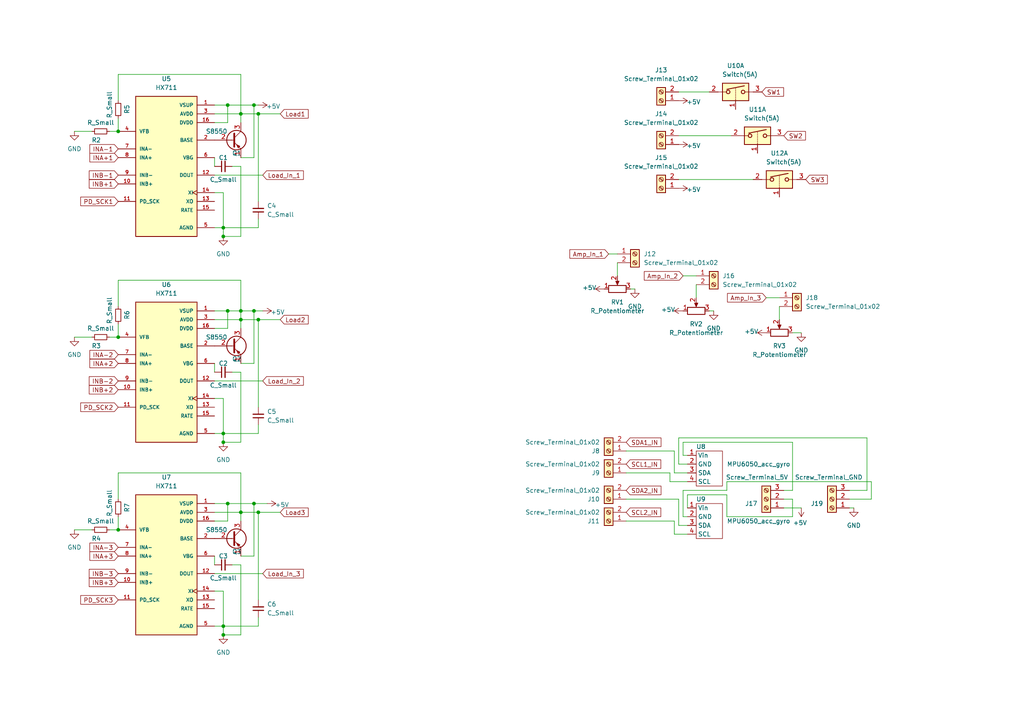
<source format=kicad_sch>
(kicad_sch (version 20211123) (generator eeschema)
  (paper "A4")
  (lib_symbols
    (symbol "Analog_Switch:DG308AxY"
      (property "Reference" "U" (at -3.175 5.334 0))
      (property "Value" "DG308AxY" (at -3.175 3.556 0))
      (symbol "DG308AxY_1_1"
        (rectangle (start -3.81 2.54) (end 3.81 -2.54) (stroke (width 0.254)) (fill (type background)))
        (circle (center -2.159 0) (radius 0.508) (stroke (width 0.254)))
        (polyline (pts (xy -5.08 0) (xy -2.794 0)))
        (polyline (pts (xy -2.54 0.762) (xy 2.54 1.778)) (stroke (width 0.254)))
        (polyline (pts (xy 0 -2.54) (xy 0 -2.032)))
        (polyline (pts (xy 0 -1.778) (xy 0 -1.524)))
        (polyline (pts (xy 0 -1.27) (xy 0 -1.016)))
        (polyline (pts (xy 0 -0.762) (xy 0 -0.508)))
        (polyline (pts (xy 0 -0.254) (xy 0 0)))
        (polyline (pts (xy 0 0.254) (xy 0 0.508)))
        (polyline (pts (xy 0 0.762) (xy 0 1.016)))
        (polyline (pts (xy 5.08 0) (xy 2.794 0)))
        (circle (center 2.159 0) (radius 0.508) (stroke (width 0.254)))
        (pin input line (at 0 -5.08 90) (length 2.54) (name "~") (number "1"))
        (pin passive line (at -7.62 0 0) (length 2.54) (name "~") (number "2"))
        (pin passive line (at 7.62 0 180) (length 2.54) (name "~") (number "3"))
      )
      (symbol "DG308AxY_2_1"
        (rectangle (start -3.81 2.54) (end 3.81 -2.54) (stroke (width 0.254)) (fill (type background)))
        (circle (center -2.159 0) (radius 0.508) (stroke (width 0.254)))
        (polyline (pts (xy -5.08 0) (xy -2.794 0)))
        (polyline (pts (xy -2.54 0.762) (xy 2.54 1.778)) (stroke (width 0.254)))
        (polyline (pts (xy 0 -2.54) (xy 0 -2.032)))
        (polyline (pts (xy 0 -1.778) (xy 0 -1.524)))
        (polyline (pts (xy 0 -1.27) (xy 0 -1.016)))
        (polyline (pts (xy 0 -0.762) (xy 0 -0.508)))
        (polyline (pts (xy 0 -0.254) (xy 0 0)))
        (polyline (pts (xy 0 0.254) (xy 0 0.508)))
        (polyline (pts (xy 0 0.762) (xy 0 1.016)))
        (polyline (pts (xy 5.08 0) (xy 2.794 0)))
        (circle (center 2.159 0) (radius 0.508) (stroke (width 0.254)))
        (pin passive line (at -7.62 0 0) (length 2.54) (name "~") (number "6"))
        (pin passive line (at 7.62 0 180) (length 2.54) (name "~") (number "7"))
        (pin input line (at 0 -5.08 90) (length 2.54) (name "~") (number "8"))
      )
      (symbol "DG308AxY_3_1"
        (rectangle (start -3.81 2.54) (end 3.81 -2.54) (stroke (width 0.254)) (fill (type background)))
        (circle (center -2.159 0) (radius 0.508) (stroke (width 0.254)))
        (polyline (pts (xy -5.08 0) (xy -2.794 0)))
        (polyline (pts (xy -2.54 0.762) (xy 2.54 1.778)) (stroke (width 0.254)))
        (polyline (pts (xy 0 -2.54) (xy 0 -2.032)))
        (polyline (pts (xy 0 -1.778) (xy 0 -1.524)))
        (polyline (pts (xy 0 -1.27) (xy 0 -1.016)))
        (polyline (pts (xy 0 -0.762) (xy 0 -0.508)))
        (polyline (pts (xy 0 -0.254) (xy 0 0)))
        (polyline (pts (xy 0 0.254) (xy 0 0.508)))
        (polyline (pts (xy 0 0.762) (xy 0 1.016)))
        (polyline (pts (xy 5.08 0) (xy 2.794 0)))
        (circle (center 2.159 0) (radius 0.508) (stroke (width 0.254)))
        (pin passive line (at -7.62 0 0) (length 2.54) (name "~") (number "10"))
        (pin passive line (at 7.62 0 180) (length 2.54) (name "~") (number "11"))
        (pin input line (at 0 -5.08 90) (length 2.54) (name "~") (number "9"))
      )
      (symbol "DG308AxY_4_1"
        (rectangle (start -3.81 2.54) (end 3.81 -2.54) (stroke (width 0.254)) (fill (type background)))
        (circle (center -2.159 0) (radius 0.508) (stroke (width 0.254)))
        (polyline (pts (xy -5.08 0) (xy -2.794 0)))
        (polyline (pts (xy -2.54 0.762) (xy 2.54 1.778)) (stroke (width 0.254)))
        (polyline (pts (xy 0 -2.54) (xy 0 -2.032)))
        (polyline (pts (xy 0 -1.778) (xy 0 -1.524)))
        (polyline (pts (xy 0 -1.27) (xy 0 -1.016)))
        (polyline (pts (xy 0 -0.762) (xy 0 -0.508)))
        (polyline (pts (xy 0 -0.254) (xy 0 0)))
        (polyline (pts (xy 0 0.254) (xy 0 0.508)))
        (polyline (pts (xy 0 0.762) (xy 0 1.016)))
        (polyline (pts (xy 5.08 0) (xy 2.794 0)))
        (circle (center 2.159 0) (radius 0.508) (stroke (width 0.254)))
        (pin passive line (at 7.62 0 180) (length 2.54) (name "~") (number "14"))
        (pin passive line (at -7.62 0 0) (length 2.54) (name "~") (number "15"))
        (pin input line (at 0 -5.08 90) (length 2.54) (name "~") (number "16"))
      )
      (symbol "DG308AxY_5_0"
        (pin no_connect line (at 2.54 10.16 270) (length 2.54) hide (name "NC") (number "12"))
        (pin power_in line (at 0 12.7 270) (length 2.54) (name "V+") (number "13"))
        (pin power_in line (at 2.54 -12.7 90) (length 2.54) (name "V-") (number "4"))
        (pin power_in line (at 0 -12.7 90) (length 2.54) (name "GND") (number "5"))
      )
      (symbol "DG308AxY_5_1"
        (rectangle (start -3.81 10.16) (end 6.35 -10.16) (stroke (width 0.254)) (fill (type background)))
      )
    )
    (symbol "Connector:Screw_Terminal_01x02" (pin_names (offset 1.016) hide)
      (property "Reference" "J" (at 0 2.54 0))
      (property "Value" "Screw_Terminal_01x02" (at 0 -5.08 0))
      (symbol "Screw_Terminal_01x02_1_1"
        (rectangle (start -1.27 1.27) (end 1.27 -3.81) (stroke (width 0.254)) (fill (type background)))
        (circle (center 0 -2.54) (radius 0.635) (stroke (width 0.1524)))
        (polyline (pts (xy -0.5334 -2.2098) (xy 0.3302 -3.048)) (stroke (width 0.1524)))
        (polyline (pts (xy -0.5334 0.3302) (xy 0.3302 -0.508)) (stroke (width 0.1524)))
        (polyline (pts (xy -0.3556 -2.032) (xy 0.508 -2.8702)) (stroke (width 0.1524)))
        (polyline (pts (xy -0.3556 0.508) (xy 0.508 -0.3302)) (stroke (width 0.1524)))
        (circle (center 0 0) (radius 0.635) (stroke (width 0.1524)))
        (pin passive line (at -5.08 0 0) (length 3.81) (name "Pin_1") (number "1"))
        (pin passive line (at -5.08 -2.54 0) (length 3.81) (name "Pin_2") (number "2"))
      )
    )
    (symbol "Connector:Screw_Terminal_01x03" (pin_names (offset 1.016) hide)
      (property "Reference" "J" (at 0 5.08 0))
      (property "Value" "Screw_Terminal_01x03" (at 0 -5.08 0))
      (symbol "Screw_Terminal_01x03_1_1"
        (rectangle (start -1.27 3.81) (end 1.27 -3.81) (stroke (width 0.254)) (fill (type background)))
        (circle (center 0 -2.54) (radius 0.635) (stroke (width 0.1524)))
        (polyline (pts (xy -0.5334 -2.2098) (xy 0.3302 -3.048)) (stroke (width 0.1524)))
        (polyline (pts (xy -0.5334 0.3302) (xy 0.3302 -0.508)) (stroke (width 0.1524)))
        (polyline (pts (xy -0.5334 2.8702) (xy 0.3302 2.032)) (stroke (width 0.1524)))
        (polyline (pts (xy -0.3556 -2.032) (xy 0.508 -2.8702)) (stroke (width 0.1524)))
        (polyline (pts (xy -0.3556 0.508) (xy 0.508 -0.3302)) (stroke (width 0.1524)))
        (polyline (pts (xy -0.3556 3.048) (xy 0.508 2.2098)) (stroke (width 0.1524)))
        (circle (center 0 0) (radius 0.635) (stroke (width 0.1524)))
        (circle (center 0 2.54) (radius 0.635) (stroke (width 0.1524)))
        (pin passive line (at -5.08 2.54 0) (length 3.81) (name "Pin_1") (number "1"))
        (pin passive line (at -5.08 0 0) (length 3.81) (name "Pin_2") (number "2"))
        (pin passive line (at -5.08 -2.54 0) (length 3.81) (name "Pin_3") (number "3"))
      )
    )
    (symbol "Device:C_Small" (pin_numbers hide) (pin_names (offset 0.254) hide)
      (property "Reference" "C" (at 0.254 1.778 0))
      (property "Value" "C_Small" (at 0.254 -2.032 0))
      (symbol "C_Small_0_1"
        (polyline (pts (xy -1.524 -0.508) (xy 1.524 -0.508)) (stroke (width 0.3302)))
        (polyline (pts (xy -1.524 0.508) (xy 1.524 0.508)) (stroke (width 0.3048)))
      )
      (symbol "C_Small_1_1"
        (pin passive line (at 0 2.54 270) (length 2.032) (name "~") (number "1"))
        (pin passive line (at 0 -2.54 90) (length 2.032) (name "~") (number "2"))
      )
    )
    (symbol "Device:R_Potentiometer" (pin_names (offset 1.016) hide)
      (property "Reference" "RV" (at -4.445 0 90))
      (property "Value" "R_Potentiometer" (at -2.54 0 90))
      (symbol "R_Potentiometer_0_1"
        (polyline (pts (xy 2.54 0) (xy 1.524 0)))
        (polyline (pts (xy 1.143 0) (xy 2.286 0.508) (xy 2.286 -0.508) (xy 1.143 0)) (fill (type outline)))
        (rectangle (start 1.016 2.54) (end -1.016 -2.54) (stroke (width 0.254)))
      )
      (symbol "R_Potentiometer_1_1"
        (pin passive line (at 0 3.81 270) (length 1.27) (name "1") (number "1"))
        (pin passive line (at 3.81 0 180) (length 1.27) (name "2") (number "2"))
        (pin passive line (at 0 -3.81 90) (length 1.27) (name "3") (number "3"))
      )
    )
    (symbol "Device:R_Small" (pin_numbers hide) (pin_names (offset 0.254) hide)
      (property "Reference" "R" (at 0.762 0.508 0))
      (property "Value" "R_Small" (at 0.762 -1.016 0))
      (symbol "R_Small_0_1"
        (rectangle (start -0.762 1.778) (end 0.762 -1.778) (stroke (width 0.2032)))
      )
      (symbol "R_Small_1_1"
        (pin passive line (at 0 2.54 270) (length 0.762) (name "~") (number "1"))
        (pin passive line (at 0 -2.54 90) (length 0.762) (name "~") (number "2"))
      )
    )
    (symbol "Sensor_library:HX711" (pin_names (offset 1.016))
      (property "Reference" "U" (at -15.24 22.86 0))
      (property "Value" "HX711" (at -8.89 -22.86 0))
      (symbol "HX711_0_0"
        (rectangle (start -15.24 20.32) (end 2.54 -20.32) (stroke (width 0.254)) (fill (type background)))
        (pin power_in line (at 7.62 17.78 180) (length 5.08) (name "VSUP") (number "1"))
        (pin input line (at -20.32 -5.08 0) (length 5.08) (name "INB+") (number "10"))
        (pin input line (at -20.32 -10.16 0) (length 5.08) (name "PD_SCK") (number "11"))
        (pin output line (at 7.62 -2.54 180) (length 5.08) (name "DOUT") (number "12"))
        (pin output line (at 7.62 -10.16 180) (length 5.08) (name "XO") (number "13"))
        (pin input clock (at 7.62 -7.62 180) (length 5.08) (name "XI") (number "14"))
        (pin input line (at 7.62 -12.7 180) (length 5.08) (name "RATE") (number "15"))
        (pin power_in line (at 7.62 12.7 180) (length 5.08) (name "DVDD") (number "16"))
        (pin output line (at 7.62 7.62 180) (length 5.08) (name "BASE") (number "2"))
        (pin power_in line (at 7.62 15.24 180) (length 5.08) (name "AVDD") (number "3"))
        (pin input line (at -20.32 10.16 0) (length 5.08) (name "VFB") (number "4"))
        (pin power_in line (at 7.62 -17.78 180) (length 5.08) (name "AGND") (number "5"))
        (pin output line (at 7.62 2.54 180) (length 5.08) (name "VBG") (number "6"))
        (pin input line (at -20.32 5.08 0) (length 5.08) (name "INA-") (number "7"))
        (pin input line (at -20.32 2.54 0) (length 5.08) (name "INA+") (number "8"))
        (pin input line (at -20.32 -2.54 0) (length 5.08) (name "INB-") (number "9"))
      )
    )
    (symbol "Sensor_library:MPU6050_acc_gyro"
      (property "Reference" "U" (at -2.54 5.08 0))
      (property "Value" "MPU6050_acc_gyro" (at 0 -8.89 0))
      (symbol "MPU6050_acc_gyro_0_1"
        (rectangle (start -3.81 3.81) (end 3.81 -6.35))
      )
      (symbol "MPU6050_acc_gyro_1_1"
        (pin input line (at -6.35 2.54 0) (length 2.54) (name "Vin") (number "1"))
        (pin passive line (at -6.35 0 0) (length 2.54) (name "GND") (number "2"))
        (pin bidirectional line (at -6.35 -2.54 0) (length 2.54) (name "SDA") (number "3"))
        (pin bidirectional line (at -6.35 -5.08 0) (length 2.54) (name "SCL") (number "4"))
      )
    )
    (symbol "Transistor_BJT:S8550" (pin_names (offset 0) hide)
      (property "Reference" "Q" (at 5.08 1.905 0))
      (property "Value" "S8550" (at 5.08 0 0))
      (symbol "S8550_0_1"
        (polyline (pts (xy 0 0) (xy 0.635 0)))
        (polyline (pts (xy 2.54 -2.54) (xy 0.635 -0.635)))
        (polyline (pts (xy 2.54 2.54) (xy 0.635 0.635)))
        (polyline (pts (xy 0.635 1.905) (xy 0.635 -1.905) (xy 0.635 -1.905)) (stroke (width 0.508)) (fill (type outline)))
        (polyline (pts (xy 1.778 -2.286) (xy 2.286 -1.778) (xy 1.27 -1.27) (xy 1.778 -2.286) (xy 1.778 -2.286)) (fill (type outline)))
        (circle (center 1.27 0) (radius 2.8194) (stroke (width 0.254)))
      )
      (symbol "S8550_1_1"
        (pin passive line (at 2.54 -5.08 90) (length 2.54) (name "E") (number "1"))
        (pin input line (at -5.08 0 0) (length 5.08) (name "B") (number "2"))
        (pin passive line (at 2.54 5.08 270) (length 2.54) (name "C") (number "3"))
      )
    )
    (symbol "power:+5V" (power) (pin_names (offset 0))
      (property "Value" "+5V" (at 0 3.556 0))
      (symbol "+5V_0_1"
        (polyline (pts (xy -0.762 1.27) (xy 0 2.54)))
        (polyline (pts (xy 0 0) (xy 0 2.54)))
        (polyline (pts (xy 0 2.54) (xy 0.762 1.27)))
      )
      (symbol "+5V_1_1"
        (pin power_in line (at 0 0 90) (length 0) hide (name "+5V") (number "1"))
      )
    )
    (symbol "power:GND" (power) (pin_names (offset 0))
      (property "Value" "GND" (at 0 -3.81 0))
      (symbol "GND_0_1"
        (polyline (pts (xy 0 0) (xy 0 -1.27) (xy 1.27 -1.27) (xy 0 -2.54) (xy -1.27 -1.27) (xy 0 -1.27)))
      )
      (symbol "GND_1_1"
        (pin power_in line (at 0 0 270) (length 0) hide (name "GND") (number "1"))
      )
    )
  )
  (junction (at 64.77 184.15))
  (junction (at 69.85 92.71))
  (junction (at 74.93 148.59))
  (junction (at 69.85 148.59))
  (junction (at 34.29 38.1))
  (junction (at 74.93 92.71))
  (junction (at 64.77 128.27))
  (junction (at 64.77 68.58))
  (junction (at 74.93 33.02))
  (junction (at 69.85 90.17))
  (junction (at 66.04 90.17))
  (junction (at 73.66 90.17))
  (junction (at 69.85 33.02))
  (junction (at 66.04 146.05))
  (junction (at 64.77 181.61))
  (junction (at 73.66 146.05))
  (junction (at 73.66 30.48))
  (junction (at 34.29 97.79))
  (junction (at 34.29 153.67))
  (junction (at 64.77 125.73))
  (junction (at 64.77 66.04))
  (junction (at 66.04 30.48))
  (wire (pts (xy 66.04 90.17) (xy 66.04 95.25)))
  (wire (pts (xy 181.61 130.81) (xy 195.58 130.81)))
  (wire (pts (xy 64.77 115.57) (xy 64.77 125.73)))
  (wire (pts (xy 196.85 152.4) (xy 199.39 152.4)))
  (wire (pts (xy 210.82 142.24) (xy 198.12 142.24)))
  (wire (pts (xy 64.77 184.15) (xy 64.77 181.61)))
  (wire (pts (xy 229.87 128.27) (xy 198.12 128.27)))
  (wire (pts (xy 69.85 90.17) (xy 66.04 90.17)))
  (wire (pts (xy 196.85 127) (xy 196.85 134.62)))
  (wire (pts (xy 73.66 161.29) (xy 69.85 161.29)))
  (wire (pts (xy 229.87 128.27) (xy 229.87 142.24)))
  (wire (pts (xy 73.66 30.48) (xy 73.66 45.72)))
  (wire (pts (xy 196.85 144.78) (xy 196.85 152.4)))
  (wire (pts (xy 62.23 148.59) (xy 69.85 148.59)))
  (wire (pts (xy 74.93 92.71) (xy 81.28 92.71)))
  (wire (pts (xy 66.04 35.56) (xy 62.23 35.56)))
  (wire (pts (xy 196.85 52.07) (xy 218.44 52.07)))
  (wire (pts (xy 69.85 148.59) (xy 69.85 151.13)))
  (wire (pts (xy 31.75 153.67) (xy 34.29 153.67)))
  (wire (pts (xy 181.61 144.78) (xy 196.85 144.78)))
  (wire (pts (xy 76.2 50.8) (xy 62.23 50.8)))
  (wire (pts (xy 195.58 137.16) (xy 199.39 137.16)))
  (wire (pts (xy 176.53 73.66) (xy 179.07 73.66)))
  (wire (pts (xy 227.33 144.78) (xy 229.87 144.78)))
  (wire (pts (xy 182.88 83.82) (xy 184.15 83.82)))
  (wire (pts (xy 69.85 92.71) (xy 74.93 92.71)))
  (wire (pts (xy 69.85 148.59) (xy 74.93 148.59)))
  (wire (pts (xy 21.59 153.67) (xy 26.67 153.67)))
  (wire (pts (xy 69.85 128.27) (xy 64.77 128.27)))
  (wire (pts (xy 252.73 144.78) (xy 252.73 139.7)))
  (wire (pts (xy 196.85 26.67) (xy 205.74 26.67)))
  (wire (pts (xy 69.85 33.02) (xy 69.85 21.59)))
  (wire (pts (xy 62.23 171.45) (xy 64.77 171.45)))
  (wire (pts (xy 74.93 148.59) (xy 74.93 173.99)))
  (wire (pts (xy 181.61 151.13) (xy 195.58 151.13)))
  (wire (pts (xy 69.85 33.02) (xy 69.85 35.56)))
  (wire (pts (xy 69.85 90.17) (xy 69.85 81.28)))
  (wire (pts (xy 66.04 30.48) (xy 73.66 30.48)))
  (wire (pts (xy 74.93 92.71) (xy 74.93 118.11)))
  (wire (pts (xy 62.23 30.48) (xy 66.04 30.48)))
  (wire (pts (xy 226.06 88.9) (xy 226.06 92.71)))
  (wire (pts (xy 66.04 151.13) (xy 62.23 151.13)))
  (wire (pts (xy 62.23 115.57) (xy 64.77 115.57)))
  (wire (pts (xy 62.23 33.02) (xy 69.85 33.02)))
  (wire (pts (xy 76.2 166.37) (xy 62.23 166.37)))
  (wire (pts (xy 198.12 149.86) (xy 199.39 149.86)))
  (wire (pts (xy 69.85 184.15) (xy 64.77 184.15)))
  (wire (pts (xy 62.23 92.71) (xy 69.85 92.71)))
  (wire (pts (xy 66.04 35.56) (xy 66.04 30.48)))
  (wire (pts (xy 73.66 146.05) (xy 73.66 161.29)))
  (wire (pts (xy 64.77 171.45) (xy 64.77 181.61)))
  (wire (pts (xy 66.04 146.05) (xy 62.23 146.05)))
  (wire (pts (xy 77.47 146.05) (xy 73.66 146.05)))
  (wire (pts (xy 229.87 96.52) (xy 232.41 96.52)))
  (wire (pts (xy 31.75 38.1) (xy 34.29 38.1)))
  (wire (pts (xy 194.31 139.7) (xy 199.39 139.7)))
  (wire (pts (xy 34.29 34.29) (xy 34.29 38.1)))
  (wire (pts (xy 69.85 163.83) (xy 69.85 184.15)))
  (wire (pts (xy 73.66 146.05) (xy 66.04 146.05)))
  (wire (pts (xy 21.59 97.79) (xy 26.67 97.79)))
  (wire (pts (xy 66.04 90.17) (xy 62.23 90.17)))
  (wire (pts (xy 74.93 179.07) (xy 74.93 181.61)))
  (wire (pts (xy 251.46 127) (xy 196.85 127)))
  (wire (pts (xy 67.31 163.83) (xy 69.85 163.83)))
  (wire (pts (xy 201.93 82.55) (xy 201.93 86.36)))
  (wire (pts (xy 67.31 107.95) (xy 69.85 107.95)))
  (wire (pts (xy 62.23 125.73) (xy 64.77 125.73)))
  (wire (pts (xy 69.85 92.71) (xy 69.85 95.25)))
  (wire (pts (xy 229.87 144.78) (xy 229.87 149.86)))
  (wire (pts (xy 196.85 134.62) (xy 199.39 134.62)))
  (wire (pts (xy 199.39 143.51) (xy 199.39 147.32)))
  (wire (pts (xy 21.59 38.1) (xy 26.67 38.1)))
  (wire (pts (xy 69.85 21.59) (xy 34.29 21.59)))
  (wire (pts (xy 62.23 105.41) (xy 62.23 107.95)))
  (wire (pts (xy 62.23 55.88) (xy 64.77 55.88)))
  (wire (pts (xy 74.93 125.73) (xy 64.77 125.73)))
  (wire (pts (xy 181.61 137.16) (xy 194.31 137.16)))
  (wire (pts (xy 34.29 21.59) (xy 34.29 29.21)))
  (wire (pts (xy 62.23 66.04) (xy 64.77 66.04)))
  (wire (pts (xy 198.12 128.27) (xy 198.12 132.08)))
  (wire (pts (xy 196.85 39.37) (xy 212.09 39.37)))
  (wire (pts (xy 69.85 81.28) (xy 34.29 81.28)))
  (wire (pts (xy 194.31 137.16) (xy 194.31 139.7)))
  (wire (pts (xy 69.85 107.95) (xy 69.85 128.27)))
  (wire (pts (xy 74.93 148.59) (xy 81.28 148.59)))
  (wire (pts (xy 198.12 80.01) (xy 201.93 80.01)))
  (wire (pts (xy 69.85 92.71) (xy 69.85 90.17)))
  (wire (pts (xy 229.87 149.86) (xy 210.82 149.86)))
  (wire (pts (xy 34.29 149.86) (xy 34.29 153.67)))
  (wire (pts (xy 74.93 123.19) (xy 74.93 125.73)))
  (wire (pts (xy 67.31 48.26) (xy 69.85 48.26)))
  (wire (pts (xy 66.04 146.05) (xy 66.04 151.13)))
  (wire (pts (xy 76.2 90.17) (xy 73.66 90.17)))
  (wire (pts (xy 34.29 137.16) (xy 34.29 144.78)))
  (wire (pts (xy 232.41 147.32) (xy 227.33 147.32)))
  (wire (pts (xy 69.85 33.02) (xy 74.93 33.02)))
  (wire (pts (xy 198.12 132.08) (xy 199.39 132.08)))
  (wire (pts (xy 73.66 105.41) (xy 69.85 105.41)))
  (wire (pts (xy 64.77 55.88) (xy 64.77 66.04)))
  (wire (pts (xy 198.12 142.24) (xy 198.12 149.86)))
  (wire (pts (xy 34.29 93.98) (xy 34.29 97.79)))
  (wire (pts (xy 74.93 66.04) (xy 64.77 66.04)))
  (wire (pts (xy 34.29 81.28) (xy 34.29 88.9)))
  (wire (pts (xy 246.38 144.78) (xy 252.73 144.78)))
  (wire (pts (xy 69.85 68.58) (xy 64.77 68.58)))
  (wire (pts (xy 195.58 151.13) (xy 195.58 154.94)))
  (wire (pts (xy 62.23 181.61) (xy 64.77 181.61)))
  (wire (pts (xy 210.82 149.86) (xy 210.82 143.51)))
  (wire (pts (xy 74.93 33.02) (xy 81.28 33.02)))
  (wire (pts (xy 69.85 148.59) (xy 69.85 137.16)))
  (wire (pts (xy 195.58 130.81) (xy 195.58 137.16)))
  (wire (pts (xy 251.46 142.24) (xy 251.46 127)))
  (wire (pts (xy 252.73 139.7) (xy 210.82 139.7)))
  (wire (pts (xy 73.66 90.17) (xy 73.66 105.41)))
  (wire (pts (xy 222.25 86.36) (xy 226.06 86.36)))
  (wire (pts (xy 64.77 128.27) (xy 64.77 125.73)))
  (wire (pts (xy 246.38 142.24) (xy 251.46 142.24)))
  (wire (pts (xy 69.85 137.16) (xy 34.29 137.16)))
  (wire (pts (xy 247.65 147.32) (xy 246.38 147.32)))
  (wire (pts (xy 69.85 48.26) (xy 69.85 68.58)))
  (wire (pts (xy 229.87 142.24) (xy 227.33 142.24)))
  (wire (pts (xy 66.04 95.25) (xy 62.23 95.25)))
  (wire (pts (xy 205.74 90.17) (xy 207.01 90.17)))
  (wire (pts (xy 73.66 30.48) (xy 74.93 30.48)))
  (wire (pts (xy 179.07 76.2) (xy 179.07 80.01)))
  (wire (pts (xy 62.23 45.72) (xy 62.23 48.26)))
  (wire (pts (xy 73.66 45.72) (xy 69.85 45.72)))
  (wire (pts (xy 74.93 63.5) (xy 74.93 66.04)))
  (wire (pts (xy 210.82 139.7) (xy 210.82 142.24)))
  (wire (pts (xy 73.66 90.17) (xy 69.85 90.17)))
  (wire (pts (xy 62.23 161.29) (xy 62.23 163.83)))
  (wire (pts (xy 31.75 97.79) (xy 34.29 97.79)))
  (wire (pts (xy 64.77 68.58) (xy 64.77 66.04)))
  (wire (pts (xy 74.93 33.02) (xy 74.93 58.42)))
  (wire (pts (xy 195.58 154.94) (xy 199.39 154.94)))
  (wire (pts (xy 74.93 181.61) (xy 64.77 181.61)))
  (wire (pts (xy 210.82 143.51) (xy 199.39 143.51)))
  (wire (pts (xy 76.2 110.49) (xy 62.23 110.49)))
  (global_label "SW2" (shape input) (at 227.33 39.37 0) (property "Intersheet References" "${INTERSHEET_REFS}" (effects hide)))
  (global_label "Load_In_3" (shape input) (at 76.2 166.37 0) (property "Intersheet References" "${INTERSHEET_REFS}" (effects hide)))
  (global_label "INA+3" (shape input) (at 34.29 161.29 180) (property "Intersheet References" "${INTERSHEET_REFS}" (effects hide)))
  (global_label "Load_In_1" (shape input) (at 76.2 50.8 0) (property "Intersheet References" "${INTERSHEET_REFS}" (effects hide)))
  (global_label "SW1" (shape input) (at 220.98 26.67 0) (property "Intersheet References" "${INTERSHEET_REFS}" (effects hide)))
  (global_label "PD_SCK2" (shape input) (at 34.29 118.11 180) (property "Intersheet References" "${INTERSHEET_REFS}" (effects hide)))
  (global_label "INB+1" (shape input) (at 34.29 53.34 180) (property "Intersheet References" "${INTERSHEET_REFS}" (effects hide)))
  (global_label "Load2" (shape input) (at 81.28 92.71 0) (property "Intersheet References" "${INTERSHEET_REFS}" (effects hide)))
  (global_label "INB+2" (shape input) (at 34.29 113.03 180) (property "Intersheet References" "${INTERSHEET_REFS}" (effects hide)))
  (global_label "INA-3" (shape input) (at 34.29 158.75 180) (property "Intersheet References" "${INTERSHEET_REFS}" (effects hide)))
  (global_label "Load_In_2" (shape input) (at 76.2 110.49 0) (property "Intersheet References" "${INTERSHEET_REFS}" (effects hide)))
  (global_label "INA-1" (shape input) (at 34.29 43.18 180) (property "Intersheet References" "${INTERSHEET_REFS}" (effects hide)))
  (global_label "INB-3" (shape input) (at 34.29 166.37 180) (property "Intersheet References" "${INTERSHEET_REFS}" (effects hide)))
  (global_label "SW3" (shape input) (at 233.68 52.07 0) (property "Intersheet References" "${INTERSHEET_REFS}" (effects hide)))
  (global_label "PD_SCK3" (shape input) (at 34.29 173.99 180) (property "Intersheet References" "${INTERSHEET_REFS}" (effects hide)))
  (global_label "Amp_In_1" (shape input) (at 176.53 73.66 180) (property "Intersheet References" "${INTERSHEET_REFS}" (effects hide)))
  (global_label "SCL2_IN" (shape input) (at 181.61 148.59 0) (property "Intersheet References" "${INTERSHEET_REFS}" (effects hide)))
  (global_label "Amp_In_2" (shape input) (at 198.12 80.01 180) (property "Intersheet References" "${INTERSHEET_REFS}" (effects hide)))
  (global_label "INA-2" (shape input) (at 34.29 102.87 180) (property "Intersheet References" "${INTERSHEET_REFS}" (effects hide)))
  (global_label "INB+3" (shape input) (at 34.29 168.91 180) (property "Intersheet References" "${INTERSHEET_REFS}" (effects hide)))
  (global_label "SDA2_IN" (shape input) (at 181.61 142.24 0) (property "Intersheet References" "${INTERSHEET_REFS}" (effects hide)))
  (global_label "SDA1_IN" (shape input) (at 181.61 128.27 0) (property "Intersheet References" "${INTERSHEET_REFS}" (effects hide)))
  (global_label "INB-1" (shape input) (at 34.29 50.8 180) (property "Intersheet References" "${INTERSHEET_REFS}" (effects hide)))
  (global_label "PD_SCK1" (shape input) (at 34.29 58.42 180) (property "Intersheet References" "${INTERSHEET_REFS}" (effects hide)))
  (global_label "SCL1_IN" (shape input) (at 181.61 134.62 0) (property "Intersheet References" "${INTERSHEET_REFS}" (effects hide)))
  (global_label "INA+2" (shape input) (at 34.29 105.41 180) (property "Intersheet References" "${INTERSHEET_REFS}" (effects hide)))
  (global_label "Amp_In_3" (shape input) (at 222.25 86.36 180) (property "Intersheet References" "${INTERSHEET_REFS}" (effects hide)))
  (global_label "INA+1" (shape input) (at 34.29 45.72 180) (property "Intersheet References" "${INTERSHEET_REFS}" (effects hide)))
  (global_label "INB-2" (shape input) (at 34.29 110.49 180) (property "Intersheet References" "${INTERSHEET_REFS}" (effects hide)))
  (global_label "Load1" (shape input) (at 81.28 33.02 0) (property "Intersheet References" "${INTERSHEET_REFS}" (effects hide)))
  (global_label "Load3" (shape input) (at 81.28 148.59 0) (property "Intersheet References" "${INTERSHEET_REFS}" (effects hide)))
  (symbol (lib_id "power:GND") (at 64.77 128.27 0) (unit 1)
    (property "Reference" "#PWR019" (effects hide))
    (property "Value" "GND" (at 64.77 133.35 0))
  )
  (symbol (lib_id "power:+5V") (at 232.41 147.32 180) (unit 1)
    (property "Reference" "#PWR033" (effects hide))
    (property "Value" "+5V" (at 232.0417 151.6444 0))
  )
  (symbol (lib_id "Connector:Screw_Terminal_01x02") (at 191.77 54.61 180) (unit 1)
    (property "Reference" "J15" (at 191.77 45.72 0))
    (property "Value" "Screw_Terminal_01x02" (at 191.77 48.26 0))
  )
  (symbol (lib_id "Connector:Screw_Terminal_01x02") (at 207.01 80.01 0) (unit 1)
    (property "Reference" "J16" (at 209.55 80.0099 0) (effects (justify left)))
    (property "Value" "Screw_Terminal_01x02" (at 209.55 82.5499 0) (effects (justify left)))
  )
  (symbol (lib_id "Device:R_Small") (at 29.21 38.1 90) (unit 1)
    (property "Reference" "R2" (at 27.94 40.64 90))
    (property "Value" "R_Small" (at 29.21 35.56 90))
  )
  (symbol (lib_id "Device:C_Small") (at 64.77 48.26 90) (unit 1)
    (property "Reference" "C1" (at 64.77 45.72 90))
    (property "Value" "C_Small" (at 64.77 52.07 90))
  )
  (symbol (lib_id "Transistor_BJT:S8550") (at 67.31 100.33 0) (unit 1)
    (property "Reference" "Q2" (at 67.31 104.14 0) (effects (justify left)))
    (property "Value" "S8550" (at 59.69 97.79 0) (effects (justify left)))
    (property "Footprint" "Package_TO_SOT_THT:TO-92_Inline" (effects hide))
    (property "Datasheet" "http://www.unisonic.com.tw/datasheet/S8550.pdf" (effects hide))
  )
  (symbol (lib_id "Transistor_BJT:S8550") (at 67.31 40.64 0) (unit 1)
    (property "Reference" "Q1" (at 67.31 44.45 0) (effects (justify left)))
    (property "Value" "S8550" (at 59.69 38.1 0) (effects (justify left)))
    (property "Footprint" "Package_TO_SOT_THT:TO-92_Inline" (effects hide))
    (property "Datasheet" "http://www.unisonic.com.tw/datasheet/S8550.pdf" (effects hide))
  )
  (symbol (lib_id "power:+5V") (at 198.12 90.17 90) (unit 1)
    (property "Reference" "#PWR029" (effects hide))
    (property "Value" "+5V" (at 193.7956 89.8017 90))
  )
  (symbol (lib_id "Connector:Screw_Terminal_01x03") (at 241.3 144.78 180) (unit 1)
    (property "Reference" "J19" (at 238.76 146.0501 0) (effects (justify left)))
    (property "Value" "Screw_Terminal_GND" (at 250.19 138.43 0) (effects (justify left)))
  )
  (symbol (lib_id "Device:R_Potentiometer") (at 201.93 90.17 90) (unit 1)
    (property "Reference" "RV2" (at 201.93 93.98 90))
    (property "Value" "R_Potentiometer" (at 201.93 96.52 90))
  )
  (symbol (lib_id "Device:R_Small") (at 34.29 91.44 0) (unit 1)
    (property "Reference" "R6" (at 36.83 92.71 90) (effects (justify left)))
    (property "Value" "R_Small" (at 31.75 93.98 90) (effects (justify left)))
  )
  (symbol (lib_id "Device:C_Small") (at 64.77 163.83 90) (unit 1)
    (property "Reference" "C3" (at 64.77 161.29 90))
    (property "Value" "C_Small" (at 64.77 167.64 90))
  )
  (symbol (lib_id "power:GND") (at 21.59 38.1 0) (unit 1)
    (property "Reference" "#PWR015" (effects hide))
    (property "Value" "GND" (at 21.59 43.18 0))
  )
  (symbol (lib_id "Device:R_Small") (at 29.21 97.79 90) (unit 1)
    (property "Reference" "R3" (at 27.94 100.33 90))
    (property "Value" "R_Small" (at 29.21 95.25 90))
  )
  (symbol (lib_id "power:GND") (at 207.01 90.17 0) (unit 1)
    (property "Reference" "#PWR030" (effects hide))
    (property "Value" "GND" (at 207.01 95.25 0))
  )
  (symbol (lib_id "Analog_Switch:DG308AxY") (at 219.71 39.37 0) (unit 1)
    (property "Reference" "U11" (at 219.71 31.75 0))
    (property "Value" "Switch(5A)" (at 220.98 34.29 0))
    (property "Footprint" "Package_SO:SOIC-16_3.9x9.9mm_P1.27mm" (effects hide))
    (property "Datasheet" "http://pdf.datasheetcatalog.com/datasheets/70/494502_DS.pdf" (effects hide))
  )
  (symbol (lib_id "Device:R_Small") (at 34.29 147.32 0) (unit 1)
    (property "Reference" "R7" (at 36.83 148.59 90) (effects (justify left)))
    (property "Value" "R_Small" (at 31.75 149.86 90) (effects (justify left)))
  )
  (symbol (lib_id "Sensor_library:HX711") (at 54.61 163.83 0) (unit 1)
    (property "Reference" "U7" (at 48.26 138.43 0))
    (property "Value" "HX711" (at 48.26 140.97 0))
    (property "Footprint" "SOP127P600X180-16N" (effects hide))
    (property "PARTREV" "V2.0" (effects hide))
    (property "STANDARD" "IPC-7351B" (effects hide))
    (property "MANUFACTURER" "Avia Semiconductor" (effects hide))
    (property "MAXIMUM_PACKAGE_HEIGHT" "1.8 mm" (effects hide))
    (property "SNAPEDA_PN" "HX711" (effects hide))
  )
  (symbol (lib_id "Connector:Screw_Terminal_01x02") (at 191.77 29.21 180) (unit 1)
    (property "Reference" "J13" (at 191.77 20.32 0))
    (property "Value" "Screw_Terminal_01x02" (at 191.77 22.86 0))
  )
  (symbol (lib_id "Device:R_Small") (at 29.21 153.67 90) (unit 1)
    (property "Reference" "R4" (at 27.94 156.21 90))
    (property "Value" "R_Small" (at 29.21 151.13 90))
  )
  (symbol (lib_id "power:+5V") (at 222.25 96.52 90) (unit 1)
    (property "Reference" "#PWR031" (effects hide))
    (property "Value" "+5V" (at 217.9256 96.1517 90))
  )
  (symbol (lib_id "power:GND") (at 184.15 83.82 0) (unit 1)
    (property "Reference" "#PWR025" (effects hide))
    (property "Value" "GND" (at 184.15 88.9 0))
  )
  (symbol (lib_id "Connector:Screw_Terminal_01x02") (at 176.53 137.16 180) (unit 1)
    (property "Reference" "J9" (at 173.99 137.1601 0) (effects (justify left)))
    (property "Value" "Screw_Terminal_01x02" (at 173.99 134.6201 0) (effects (justify left)))
  )
  (symbol (lib_id "Transistor_BJT:S8550") (at 67.31 156.21 0) (unit 1)
    (property "Reference" "Q3" (at 67.31 160.02 0) (effects (justify left)))
    (property "Value" "S8550" (at 59.69 153.67 0) (effects (justify left)))
    (property "Footprint" "Package_TO_SOT_THT:TO-92_Inline" (effects hide))
    (property "Datasheet" "http://www.unisonic.com.tw/datasheet/S8550.pdf" (effects hide))
  )
  (symbol (lib_id "Sensor_library:MPU6050_acc_gyro") (at 205.74 149.86 0) (unit 1)
    (property "Reference" "U9" (at 201.93 144.78 0) (effects (justify left)))
    (property "Value" "MPU6050_acc_gyro" (at 210.82 151.13 0) (effects (justify left)))
  )
  (symbol (lib_id "Sensor_library:HX711") (at 54.61 48.26 0) (unit 1)
    (property "Reference" "U5" (at 48.26 22.86 0))
    (property "Value" "HX711" (at 48.26 25.4 0))
    (property "Footprint" "SOP127P600X180-16N" (effects hide))
    (property "PARTREV" "V2.0" (effects hide))
    (property "STANDARD" "IPC-7351B" (effects hide))
    (property "MANUFACTURER" "Avia Semiconductor" (effects hide))
    (property "MAXIMUM_PACKAGE_HEIGHT" "1.8 mm" (effects hide))
    (property "SNAPEDA_PN" "HX711" (effects hide))
  )
  (symbol (lib_id "Sensor_library:MPU6050_acc_gyro") (at 205.74 134.62 0) (unit 1)
    (property "Reference" "U8" (at 201.93 129.54 0) (effects (justify left)))
    (property "Value" "MPU6050_acc_gyro" (at 210.82 134.62 0) (effects (justify left)))
  )
  (symbol (lib_id "Connector:Screw_Terminal_01x02") (at 191.77 41.91 180) (unit 1)
    (property "Reference" "J14" (at 191.77 33.02 0))
    (property "Value" "Screw_Terminal_01x02" (at 191.77 35.56 0))
  )
  (symbol (lib_id "power:GND") (at 247.65 147.32 0) (unit 1)
    (property "Reference" "#PWR034" (effects hide))
    (property "Value" "GND" (at 247.65 152.4 0))
  )
  (symbol (lib_id "Analog_Switch:DG308AxY") (at 213.36 26.67 0) (unit 1)
    (property "Reference" "U10" (at 213.36 19.05 0))
    (property "Value" "Switch(5A)" (at 214.63 21.59 0))
    (property "Footprint" "Package_SO:SOIC-16_3.9x9.9mm_P1.27mm" (effects hide))
    (property "Datasheet" "http://pdf.datasheetcatalog.com/datasheets/70/494502_DS.pdf" (effects hide))
  )
  (symbol (lib_id "power:+5V") (at 77.47 146.05 270) (unit 1)
    (property "Reference" "#PWR023" (effects hide))
    (property "Value" "+5V" (at 81.7944 146.4183 90))
  )
  (symbol (lib_id "power:+5V") (at 196.85 41.91 270) (unit 1)
    (property "Reference" "#PWR027" (effects hide))
    (property "Value" "+5V" (at 201.1744 42.2783 90))
  )
  (symbol (lib_id "Device:R_Potentiometer") (at 226.06 96.52 90) (unit 1)
    (property "Reference" "RV3" (at 226.06 100.33 90))
    (property "Value" "R_Potentiometer" (at 226.06 102.87 90))
  )
  (symbol (lib_id "power:GND") (at 21.59 153.67 0) (unit 1)
    (property "Reference" "#PWR017" (effects hide))
    (property "Value" "GND" (at 21.59 158.75 0))
  )
  (symbol (lib_id "Device:R_Small") (at 34.29 31.75 0) (unit 1)
    (property "Reference" "R5" (at 36.83 33.02 90) (effects (justify left)))
    (property "Value" "R_Small" (at 31.75 34.29 90) (effects (justify left)))
  )
  (symbol (lib_id "Device:R_Potentiometer") (at 179.07 83.82 90) (unit 1)
    (property "Reference" "RV1" (at 179.07 87.63 90))
    (property "Value" "R_Potentiometer" (at 179.07 90.17 90))
  )
  (symbol (lib_id "power:GND") (at 232.41 96.52 0) (unit 1)
    (property "Reference" "#PWR032" (effects hide))
    (property "Value" "GND" (at 232.41 101.6 0))
  )
  (symbol (lib_id "Analog_Switch:DG308AxY") (at 226.06 52.07 0) (unit 1)
    (property "Reference" "U12" (at 226.06 44.45 0))
    (property "Value" "Switch(5A)" (at 227.33 46.99 0))
    (property "Footprint" "Package_SO:SOIC-16_3.9x9.9mm_P1.27mm" (effects hide))
    (property "Datasheet" "http://pdf.datasheetcatalog.com/datasheets/70/494502_DS.pdf" (effects hide))
  )
  (symbol (lib_id "Connector:Screw_Terminal_01x02") (at 231.14 86.36 0) (unit 1)
    (property "Reference" "J18" (at 233.68 86.3599 0) (effects (justify left)))
    (property "Value" "Screw_Terminal_01x02" (at 233.68 88.8999 0) (effects (justify left)))
  )
  (symbol (lib_id "power:GND") (at 64.77 68.58 0) (unit 1)
    (property "Reference" "#PWR018" (effects hide))
    (property "Value" "GND" (at 64.77 73.66 0))
  )
  (symbol (lib_id "Connector:Screw_Terminal_01x02") (at 176.53 144.78 180) (unit 1)
    (property "Reference" "J10" (at 173.99 144.7801 0) (effects (justify left)))
    (property "Value" "Screw_Terminal_01x02" (at 173.99 142.2401 0) (effects (justify left)))
  )
  (symbol (lib_id "power:+5V") (at 196.85 29.21 270) (unit 1)
    (property "Reference" "#PWR026" (effects hide))
    (property "Value" "+5V" (at 201.1744 29.5783 90))
  )
  (symbol (lib_id "Sensor_library:HX711") (at 54.61 107.95 0) (unit 1)
    (property "Reference" "U6" (at 48.26 82.55 0))
    (property "Value" "HX711" (at 48.26 85.09 0))
    (property "Footprint" "SOP127P600X180-16N" (effects hide))
    (property "PARTREV" "V2.0" (effects hide))
    (property "STANDARD" "IPC-7351B" (effects hide))
    (property "MANUFACTURER" "Avia Semiconductor" (effects hide))
    (property "MAXIMUM_PACKAGE_HEIGHT" "1.8 mm" (effects hide))
    (property "SNAPEDA_PN" "HX711" (effects hide))
  )
  (symbol (lib_id "Device:C_Small") (at 74.93 120.65 180) (unit 1)
    (property "Reference" "C5" (at 77.47 119.3735 0) (effects (justify right)))
    (property "Value" "C_Small" (at 77.47 121.9135 0) (effects (justify right)))
  )
  (symbol (lib_id "Connector:Screw_Terminal_01x03") (at 222.25 144.78 180) (unit 1)
    (property "Reference" "J17" (at 219.71 146.0501 0) (effects (justify left)))
    (property "Value" "Screw_Terminal_5V" (at 228.6 138.43 0) (effects (justify left)))
  )
  (symbol (lib_id "Device:C_Small") (at 74.93 60.96 180) (unit 1)
    (property "Reference" "C4" (at 77.47 59.6835 0) (effects (justify right)))
    (property "Value" "C_Small" (at 77.47 62.2235 0) (effects (justify right)))
  )
  (symbol (lib_id "power:+5V") (at 196.85 54.61 270) (unit 1)
    (property "Reference" "#PWR028" (effects hide))
    (property "Value" "+5V" (at 201.1744 54.9783 90))
  )
  (symbol (lib_id "power:+5V") (at 76.2 90.17 270) (unit 1)
    (property "Reference" "#PWR022" (effects hide))
    (property "Value" "+5V" (at 80.5244 90.5383 90))
  )
  (symbol (lib_id "power:+5V") (at 175.26 83.82 90) (unit 1)
    (property "Reference" "#PWR024" (effects hide))
    (property "Value" "+5V" (at 170.9356 83.4517 90))
  )
  (symbol (lib_id "power:GND") (at 64.77 184.15 0) (unit 1)
    (property "Reference" "#PWR020" (effects hide))
    (property "Value" "GND" (at 64.77 189.23 0))
  )
  (symbol (lib_id "Connector:Screw_Terminal_01x02") (at 184.15 73.66 0) (unit 1)
    (property "Reference" "J12" (at 186.69 73.6599 0) (effects (justify left)))
    (property "Value" "Screw_Terminal_01x02" (at 186.69 76.1999 0) (effects (justify left)))
  )
  (symbol (lib_id "Device:C_Small") (at 74.93 176.53 180) (unit 1)
    (property "Reference" "C6" (at 77.47 175.2535 0) (effects (justify right)))
    (property "Value" "C_Small" (at 77.47 177.7935 0) (effects (justify right)))
  )
  (symbol (lib_id "power:+5V") (at 74.93 30.48 270) (unit 1)
    (property "Reference" "#PWR021" (effects hide))
    (property "Value" "+5V" (at 79.2544 30.8483 90))
  )
  (symbol (lib_id "Connector:Screw_Terminal_01x02") (at 176.53 130.81 180) (unit 1)
    (property "Reference" "J8" (at 173.99 130.8101 0) (effects (justify left)))
    (property "Value" "Screw_Terminal_01x02" (at 173.99 128.2701 0) (effects (justify left)))
  )
  (symbol (lib_id "Device:C_Small") (at 64.77 107.95 90) (unit 1)
    (property "Reference" "C2" (at 64.77 105.41 90))
    (property "Value" "C_Small" (at 64.77 111.76 90))
  )
  (symbol (lib_id "Connector:Screw_Terminal_01x02") (at 176.53 151.13 180) (unit 1)
    (property "Reference" "J11" (at 173.99 151.1301 0) (effects (justify left)))
    (property "Value" "Screw_Terminal_01x02" (at 173.99 148.5901 0) (effects (justify left)))
  )
  (symbol (lib_id "power:GND") (at 21.59 97.79 0) (unit 1)
    (property "Reference" "#PWR016" (effects hide))
    (property "Value" "GND" (at 21.59 102.87 0))
  )
)
</source>
